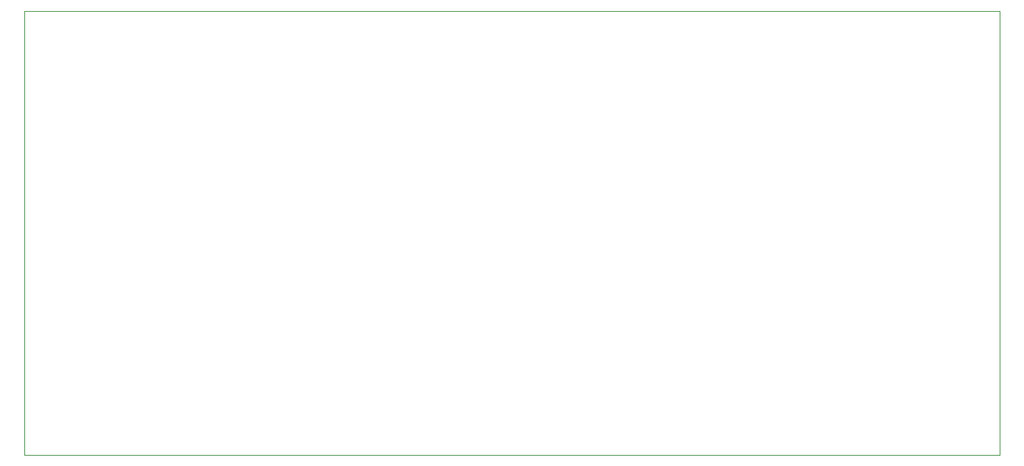
<source format=gbr>
%TF.GenerationSoftware,KiCad,Pcbnew,9.0.0*%
%TF.CreationDate,2025-03-06T16:27:56+01:00*%
%TF.ProjectId,mcuDevBoard,6d637544-6576-4426-9f61-72642e6b6963,rev?*%
%TF.SameCoordinates,Original*%
%TF.FileFunction,Profile,NP*%
%FSLAX46Y46*%
G04 Gerber Fmt 4.6, Leading zero omitted, Abs format (unit mm)*
G04 Created by KiCad (PCBNEW 9.0.0) date 2025-03-06 16:27:56*
%MOMM*%
%LPD*%
G01*
G04 APERTURE LIST*
%TA.AperFunction,Profile*%
%ADD10C,0.050000*%
%TD*%
G04 APERTURE END LIST*
D10*
X65000000Y-68000000D02*
X177000000Y-68000000D01*
X177000000Y-119000000D01*
X65000000Y-119000000D01*
X65000000Y-68000000D01*
M02*

</source>
